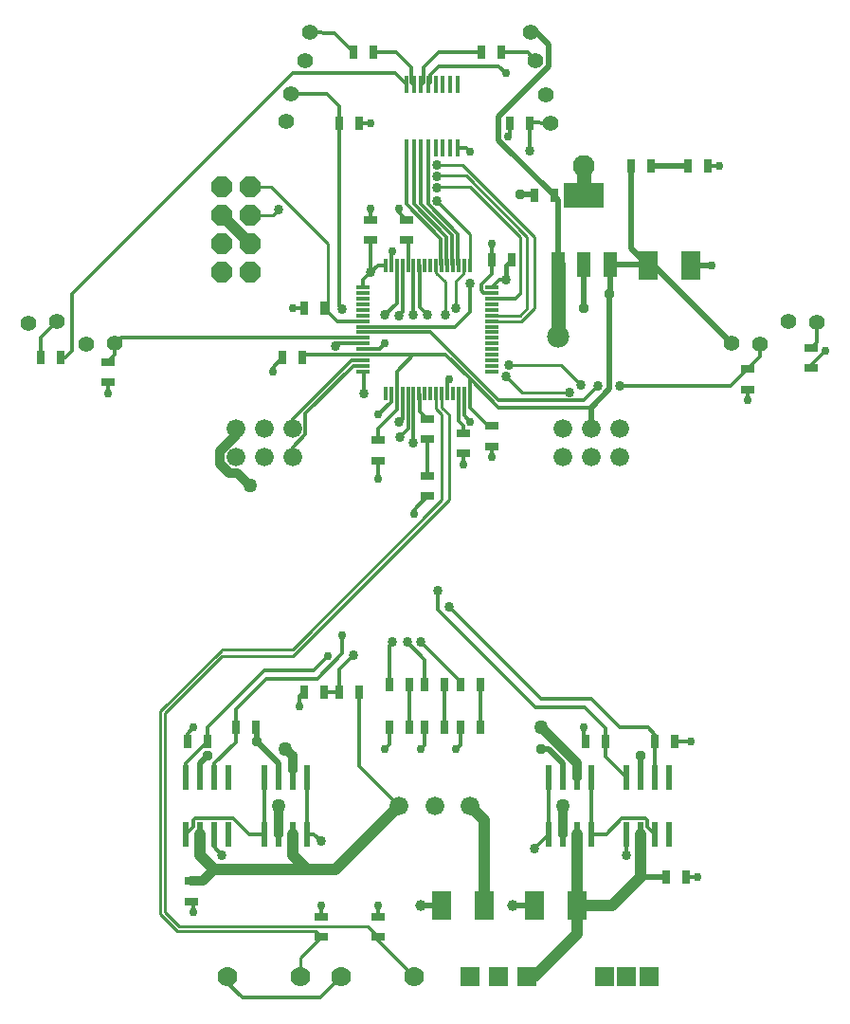
<source format=gbr>
G04 EAGLE Gerber RS-274X export*
G75*
%MOMM*%
%FSLAX34Y34*%
%LPD*%
%INTop Copper*%
%IPPOS*%
%AMOC8*
5,1,8,0,0,1.08239X$1,22.5*%
G01*
%ADD10C,1.778000*%
%ADD11R,1.700000X2.500000*%
%ADD12R,0.800000X1.200000*%
%ADD13R,1.200000X0.800000*%
%ADD14P,2.034460X8X112.500000*%
%ADD15C,1.422400*%
%ADD16R,1.676400X1.676400*%
%ADD17C,1.676400*%
%ADD18R,1.219000X2.235000*%
%ADD19R,3.600000X2.200000*%
%ADD20R,0.300000X1.300000*%
%ADD21R,1.300000X0.300000*%
%ADD22R,0.609600X2.209800*%
%ADD23R,0.300000X1.550000*%
%ADD24C,0.304800*%
%ADD25C,0.756400*%
%ADD26C,0.508000*%
%ADD27C,0.956400*%
%ADD28C,1.270000*%
%ADD29C,1.943100*%
%ADD30C,1.006400*%
%ADD31C,1.016000*%
%ADD32C,1.981200*%
%ADD33C,0.812800*%
%ADD34C,0.856400*%
%ADD35C,0.406400*%
%ADD36C,0.254000*%
%ADD37C,1.275000*%


D10*
X38850Y-101600D03*
X-26150Y-101600D03*
X140450Y-101600D03*
X75450Y-101600D03*
D11*
X247700Y-38100D03*
X285700Y-38100D03*
D12*
X40750Y450850D03*
X22750Y450850D03*
D13*
X101600Y556150D03*
X101600Y574150D03*
X-58420Y-16400D03*
X-58420Y-34400D03*
D12*
X365650Y-12700D03*
X383650Y-12700D03*
D11*
X165150Y-38100D03*
X203150Y-38100D03*
D12*
X265540Y595630D03*
X247540Y595630D03*
D11*
X387300Y533400D03*
X349300Y533400D03*
D13*
X107950Y377300D03*
X107950Y359300D03*
X184150Y383650D03*
X184150Y365650D03*
X209550Y390000D03*
X209550Y372000D03*
D12*
X227440Y538480D03*
X209440Y538480D03*
X59800Y495300D03*
X41800Y495300D03*
D14*
X-6350Y527050D03*
X-31750Y527050D03*
X-6350Y552450D03*
X-31750Y552450D03*
X-6350Y577850D03*
X-31750Y577850D03*
X-6350Y603250D03*
X-31750Y603250D03*
D15*
X-204459Y482029D03*
X-179094Y483358D03*
X43137Y716520D03*
X47547Y741534D03*
X244112Y741496D03*
X248522Y716481D03*
X475008Y483491D03*
X500373Y482162D03*
D16*
X350200Y-101600D03*
X330200Y-101600D03*
X310200Y-101600D03*
D12*
X333900Y622300D03*
X351900Y622300D03*
X118000Y158750D03*
X136000Y158750D03*
X149750Y158750D03*
X167750Y158750D03*
X181500Y158750D03*
X199500Y158750D03*
D13*
X152400Y396350D03*
X152400Y378350D03*
D17*
X31750Y361950D03*
X31750Y387350D03*
X6350Y361950D03*
X6350Y387350D03*
X-19050Y361950D03*
X-19050Y387350D03*
X323850Y361950D03*
X323850Y387350D03*
X298450Y361950D03*
X298450Y387350D03*
X273050Y361950D03*
X273050Y387350D03*
D12*
X-175150Y450850D03*
X-193150Y450850D03*
X41800Y152400D03*
X59800Y152400D03*
X118000Y120650D03*
X136000Y120650D03*
X149750Y120650D03*
X167750Y120650D03*
X181500Y120650D03*
X199500Y120650D03*
D13*
X152400Y327550D03*
X152400Y345550D03*
D12*
X402700Y622300D03*
X384700Y622300D03*
D13*
X57150Y-48150D03*
X57150Y-66150D03*
X107950Y-48150D03*
X107950Y-66150D03*
D12*
X-1160Y120650D03*
X-19160Y120650D03*
X-62340Y107950D03*
X-44340Y107950D03*
X104250Y723900D03*
X86250Y723900D03*
X373490Y107950D03*
X355490Y107950D03*
X293260Y107950D03*
X311260Y107950D03*
X73550Y152400D03*
X91550Y152400D03*
X200550Y723900D03*
X218550Y723900D03*
D13*
X495300Y441850D03*
X495300Y459850D03*
D12*
X91550Y660400D03*
X73550Y660400D03*
D13*
X-133350Y429150D03*
X-133350Y447150D03*
X438150Y422800D03*
X438150Y440800D03*
D12*
X225950Y660400D03*
X243950Y660400D03*
D13*
X133350Y556150D03*
X133350Y574150D03*
D18*
X268990Y534160D03*
X292100Y534160D03*
X315210Y534160D03*
D19*
X292100Y596140D03*
D17*
X127000Y50800D03*
X158750Y50800D03*
X190500Y50800D03*
D15*
X-127017Y464215D03*
X-152383Y462885D03*
X30145Y686877D03*
X25735Y661863D03*
X449563Y462885D03*
X424197Y464215D03*
X262555Y660593D03*
X258145Y685607D03*
D20*
X154900Y533750D03*
X149900Y533750D03*
X144900Y533750D03*
X159900Y533750D03*
X164900Y533750D03*
X169900Y533750D03*
X174900Y533750D03*
X179900Y533750D03*
X189900Y533750D03*
X184900Y533750D03*
X139900Y533750D03*
X134900Y533750D03*
X129900Y533750D03*
X124900Y533750D03*
X119900Y533750D03*
X114900Y533750D03*
D21*
X94900Y478750D03*
X94900Y483750D03*
X94900Y488750D03*
X94900Y493750D03*
X94900Y498750D03*
X94900Y503750D03*
X94900Y508750D03*
X94900Y513750D03*
X94900Y473750D03*
X94900Y468750D03*
X94900Y463750D03*
X94900Y458750D03*
X94900Y453750D03*
X94900Y448750D03*
X94900Y443750D03*
X94900Y438750D03*
D20*
X154900Y418750D03*
X149900Y418750D03*
X144900Y418750D03*
X159900Y418750D03*
X164900Y418750D03*
X169900Y418750D03*
X174900Y418750D03*
X179900Y418750D03*
X189900Y418750D03*
X184900Y418750D03*
X139900Y418750D03*
X134900Y418750D03*
X129900Y418750D03*
X124900Y418750D03*
X119900Y418750D03*
X114900Y418750D03*
D21*
X209900Y478750D03*
X209900Y483750D03*
X209900Y488750D03*
X209900Y493750D03*
X209900Y498750D03*
X209900Y503750D03*
X209900Y508750D03*
X209900Y513750D03*
X209900Y473750D03*
X209900Y468750D03*
X209900Y463750D03*
X209900Y458750D03*
X209900Y453750D03*
X209900Y448750D03*
X209900Y443750D03*
X209900Y438750D03*
D16*
X215900Y-101600D03*
X241300Y-101600D03*
X190500Y-101600D03*
D22*
X-25400Y25400D03*
X-38100Y25400D03*
X-50800Y25400D03*
X-63500Y25400D03*
X-25400Y76200D03*
X-38100Y76200D03*
X-50800Y76200D03*
X-63500Y76200D03*
X368300Y25400D03*
X355600Y25400D03*
X342900Y25400D03*
X330200Y25400D03*
X368300Y76200D03*
X355600Y76200D03*
X342900Y76200D03*
X330200Y76200D03*
D23*
X133460Y638750D03*
X146460Y638750D03*
X159460Y638750D03*
X165960Y638750D03*
X172460Y638750D03*
X152960Y638750D03*
X139960Y638750D03*
X178960Y638750D03*
X133460Y694750D03*
X146460Y694750D03*
X159460Y694750D03*
X165960Y694750D03*
X172460Y694750D03*
X152960Y694750D03*
X139960Y694750D03*
X178960Y694750D03*
D22*
X19050Y25400D03*
X6350Y25400D03*
X31750Y25400D03*
X44450Y25400D03*
X44450Y76200D03*
X31750Y76200D03*
X19050Y76200D03*
X6350Y76200D03*
X273050Y25400D03*
X260350Y25400D03*
X285750Y25400D03*
X298450Y25400D03*
X298450Y76200D03*
X285750Y76200D03*
X273050Y76200D03*
X260350Y76200D03*
D24*
X164900Y533750D02*
X164448Y534202D01*
X133460Y588351D02*
X133460Y638750D01*
X164448Y557363D02*
X164448Y534202D01*
X164448Y557363D02*
X133460Y588351D01*
X139960Y588316D02*
X139960Y638750D01*
X169472Y534178D02*
X169900Y533750D01*
X169472Y558804D02*
X139960Y588316D01*
X169472Y558804D02*
X169472Y534178D01*
X146460Y588282D02*
X146460Y638750D01*
X174472Y534178D02*
X174900Y533750D01*
X174472Y560270D02*
X146460Y588282D01*
X174472Y560270D02*
X174472Y534178D01*
X152960Y588248D02*
X152960Y638750D01*
X179472Y534178D02*
X179900Y533750D01*
X179472Y561736D02*
X152960Y588248D01*
X179472Y561736D02*
X179472Y534178D01*
X118000Y120650D02*
X118000Y118650D01*
X383650Y-12700D02*
X393700Y-12700D01*
D25*
X393700Y-12700D03*
D24*
X387350Y107950D02*
X373490Y107950D01*
D25*
X387350Y107950D03*
D24*
X293260Y107950D02*
X292100Y109110D01*
X292100Y120650D01*
D25*
X292100Y120650D03*
D24*
X118110Y120540D02*
X118000Y120650D01*
X118110Y120540D02*
X118110Y105410D01*
X114300Y101600D01*
D25*
X114300Y101600D03*
D24*
X146050Y101600D02*
X149750Y105300D01*
D25*
X146050Y101600D03*
D24*
X149750Y105300D02*
X149750Y120650D01*
X181500Y120650D02*
X181500Y105300D01*
X177800Y101600D01*
D25*
X177800Y101600D03*
D24*
X107950Y-38100D02*
X107950Y-48150D01*
D25*
X107950Y-38100D03*
D24*
X57150Y-38100D02*
X57150Y-48150D01*
D25*
X57150Y-38100D03*
D24*
X-57150Y-35670D02*
X-58420Y-34400D01*
X-57150Y-35670D02*
X-57150Y-44450D01*
D25*
X-57150Y-44450D03*
D24*
X-62340Y107950D02*
X-62340Y115460D01*
X-57150Y120650D01*
D25*
X-57150Y120650D03*
D24*
X38100Y148700D02*
X41800Y152400D01*
X38100Y148700D02*
X38100Y139700D01*
D25*
X38100Y139700D03*
D24*
X-133350Y419100D02*
X-133350Y429150D01*
D25*
X-133350Y419100D03*
D24*
X91550Y660400D02*
X101600Y660400D01*
D25*
X101600Y660400D03*
D24*
X225950Y660400D02*
X225950Y650724D01*
X223746Y648520D01*
D25*
X223746Y648520D03*
D24*
X402700Y622300D02*
X412750Y622300D01*
D25*
X412750Y622300D03*
D26*
X406400Y533400D02*
X387300Y533400D01*
D25*
X406400Y533400D03*
D24*
X438150Y422800D02*
X438150Y412750D01*
D25*
X438150Y412750D03*
D24*
X184150Y365650D02*
X184150Y355600D01*
D25*
X184150Y355600D03*
D24*
X209550Y361950D02*
X209550Y372000D01*
D25*
X209550Y361950D03*
D24*
X152400Y327550D02*
X140180Y315330D01*
X140180Y311150D01*
D25*
X140180Y311150D03*
D24*
X107950Y342900D02*
X107950Y359300D01*
D25*
X107950Y342900D03*
D24*
X184900Y399300D02*
X184900Y418750D01*
X184900Y399300D02*
X190500Y393700D01*
D25*
X190500Y393700D03*
X107950Y400050D03*
D24*
X108511Y400050D02*
X119900Y411440D01*
X108511Y400050D02*
X107950Y400050D01*
X119900Y411440D02*
X119900Y418750D01*
X22750Y450850D02*
X14196Y442296D01*
X14196Y438150D01*
D25*
X14196Y438150D03*
D24*
X31750Y495300D02*
X41800Y495300D01*
D25*
X31750Y495300D03*
D24*
X101600Y574150D02*
X101600Y584200D01*
D25*
X101600Y584200D03*
D24*
X127000Y580500D02*
X133350Y574150D01*
X127000Y580500D02*
X127000Y584200D01*
D25*
X127000Y584200D03*
D24*
X119900Y545350D02*
X119900Y533750D01*
X119900Y545350D02*
X120650Y546100D01*
D25*
X120650Y546100D03*
D24*
X109500Y458750D02*
X94900Y458750D01*
X109500Y458750D02*
X114300Y463550D01*
D25*
X114300Y463550D03*
D24*
X178960Y638750D02*
X186750Y638750D01*
X190500Y635000D01*
D25*
X190500Y635000D03*
D26*
X246270Y596900D02*
X247540Y595630D01*
X246270Y596900D02*
X234950Y596900D01*
D27*
X234950Y596900D03*
D24*
X209440Y552340D02*
X209440Y538480D01*
X209440Y552340D02*
X209550Y552450D01*
D25*
X209550Y552450D03*
D26*
X292100Y534160D02*
X292100Y495300D01*
D27*
X292100Y495300D03*
D28*
X292100Y596140D02*
X292100Y622300D01*
D29*
X292100Y622300D03*
D26*
X165150Y-38100D02*
X146050Y-38100D01*
D30*
X146050Y-38100D03*
D26*
X228600Y-38100D02*
X247700Y-38100D01*
D30*
X228600Y-38100D03*
D31*
X-6350Y552450D02*
X-31750Y577850D01*
D24*
X169900Y430250D02*
X169900Y418750D01*
X169900Y430250D02*
X171450Y431800D01*
D25*
X171450Y431800D03*
D24*
X200352Y510988D02*
X200352Y516513D01*
X209472Y509178D02*
X209900Y508750D01*
X209440Y525601D02*
X209440Y538480D01*
X209440Y525601D02*
X200352Y516513D01*
X202162Y509178D02*
X209472Y509178D01*
X202162Y509178D02*
X200352Y510988D01*
D26*
X273050Y88900D02*
X273050Y76200D01*
X273050Y88900D02*
X260350Y101600D01*
X254000Y101600D01*
D27*
X254000Y101600D03*
D26*
X342900Y95250D02*
X342900Y76200D01*
D27*
X342900Y95250D03*
D26*
X19050Y88900D02*
X19050Y76200D01*
X19050Y88900D02*
X0Y107950D01*
D27*
X0Y107950D03*
D26*
X0Y119490D02*
X-1160Y120650D01*
X0Y119490D02*
X0Y107950D01*
X-50800Y88900D02*
X-50800Y76200D01*
X-50800Y88900D02*
X-44450Y95250D01*
D27*
X-44450Y95250D03*
D24*
X133460Y694750D02*
X123360Y704850D01*
X31750Y704850D01*
X-165100Y508000D02*
X-165100Y457200D01*
X-171450Y450850D01*
X-175150Y450850D01*
X-165100Y508000D02*
X31750Y704850D01*
X-193150Y468680D02*
X-193150Y450850D01*
X-193150Y468680D02*
X-179094Y483358D01*
X68928Y741222D02*
X86250Y723900D01*
X68928Y741222D02*
X47547Y741534D01*
X218550Y723900D02*
X241720Y723900D01*
X248522Y716481D01*
X500379Y464929D02*
X495300Y459850D01*
X500379Y464929D02*
X500373Y482162D01*
X139960Y694750D02*
X138008Y696702D01*
X138008Y710113D01*
X124221Y723900D01*
X104250Y723900D01*
X146460Y694750D02*
X148412Y696702D01*
X148412Y710113D01*
X162200Y723900D01*
X200550Y723900D01*
X154912Y696702D02*
X152960Y694750D01*
X154912Y696702D02*
X154912Y703763D01*
X162350Y711200D01*
D25*
X222250Y704850D03*
X508000Y457200D03*
D24*
X495300Y444500D02*
X495300Y441850D01*
X495300Y444500D02*
X508000Y457200D01*
X215900Y711200D02*
X162350Y711200D01*
X215900Y711200D02*
X222250Y704850D01*
D31*
X203150Y38150D02*
X203150Y-38100D01*
D32*
X269240Y469900D03*
D28*
X268990Y470150D01*
X268990Y534160D01*
D26*
X268990Y592180D01*
X265540Y595630D01*
X215900Y645270D02*
X215900Y666608D01*
X215900Y645270D02*
X265540Y595630D01*
X260350Y711058D02*
X260350Y730250D01*
X260350Y711058D02*
X215900Y666608D01*
X260350Y730250D02*
X249222Y741378D01*
X244112Y741496D01*
D31*
X190500Y50800D02*
X203150Y38150D01*
X285700Y-38100D02*
X285700Y-63550D01*
X247650Y-101600D01*
X241300Y-101600D01*
X317450Y-38100D02*
X342850Y-12700D01*
X317450Y-38100D02*
X285700Y-38100D01*
D26*
X342850Y-12700D02*
X365650Y-12700D01*
D24*
X127000Y50800D02*
X91550Y86250D01*
X91550Y152400D01*
D31*
X342850Y-12700D02*
X342900Y-12650D01*
X342900Y25400D01*
X285750Y25400D02*
X285750Y-38050D01*
D33*
X285700Y-38100D01*
D31*
X-50800Y6350D02*
X-50800Y25400D01*
X-50800Y6350D02*
X-38100Y-6350D01*
X69850Y-6350D02*
X127000Y50800D01*
X44450Y-6350D02*
X-38100Y-6350D01*
X44450Y-6350D02*
X69850Y-6350D01*
X31750Y6350D02*
X31750Y25400D01*
X31750Y6350D02*
X44450Y-6350D01*
D33*
X-38100Y-6350D02*
X-48150Y-16400D01*
X-58420Y-16400D01*
D26*
X314960Y508000D02*
X315210Y508250D01*
X315210Y534160D01*
D27*
X314960Y508000D03*
D24*
X168561Y453750D02*
X139700Y453750D01*
X94900Y453750D01*
X43650Y453750D01*
X40750Y450850D01*
D26*
X315210Y534160D02*
X348540Y534160D01*
X349300Y533400D01*
X333900Y548800D01*
X333900Y622300D01*
D34*
X101600Y527050D03*
X222250Y520700D03*
D35*
X222250Y533290D01*
X227440Y538480D01*
D26*
X314960Y508000D02*
X314960Y422910D01*
X298450Y406400D02*
X298450Y387350D01*
X298450Y406400D02*
X314960Y422910D01*
D24*
X75450Y-101600D02*
X56400Y-120650D01*
X-12700Y-120650D01*
X-26150Y-107200D01*
X-26150Y-101600D01*
X107950Y377300D02*
X107950Y388140D01*
X94900Y513750D02*
X94900Y520350D01*
X101600Y527050D01*
X168561Y453750D02*
X189900Y432411D01*
X189900Y418750D01*
X189900Y406050D01*
X190718Y431593D02*
X189900Y432411D01*
X190718Y431593D02*
X190718Y431466D01*
X215784Y406400D01*
X298450Y406400D01*
X209900Y513750D02*
X216850Y520700D01*
X222250Y520700D01*
X124900Y418750D02*
X124900Y405090D01*
X107950Y388140D01*
X124900Y418750D02*
X124900Y438950D01*
X139700Y453750D01*
X101600Y527050D02*
X101600Y556150D01*
X108300Y533750D02*
X101600Y527050D01*
X108300Y533750D02*
X114900Y533750D01*
X189900Y406050D02*
X205950Y390000D01*
X209550Y390000D01*
D26*
X349300Y533400D02*
X354261Y533400D01*
X424197Y464215D01*
D36*
X247650Y495300D02*
X236100Y483750D01*
X247650Y495300D02*
X247650Y558800D01*
X236100Y483750D02*
X209900Y483750D01*
X247650Y558800D02*
X183424Y623026D01*
X160290Y623026D01*
D34*
X160290Y623026D03*
D36*
X241300Y558800D02*
X241300Y495300D01*
X234750Y488750D02*
X209900Y488750D01*
X234750Y488750D02*
X241300Y495300D01*
X241300Y558800D02*
X186690Y613410D01*
X160762Y613410D01*
X160290Y612938D01*
D34*
X160290Y612938D03*
D36*
X190500Y603250D02*
X234950Y558800D01*
X190500Y603250D02*
X160690Y603250D01*
X160290Y602850D01*
D34*
X160290Y602850D03*
D24*
X209900Y503750D02*
X230700Y503750D01*
X234950Y508000D01*
D36*
X234950Y558800D01*
X189900Y561674D02*
X189900Y533750D01*
X189900Y561674D02*
X160290Y591284D01*
D34*
X160290Y591284D03*
X19050Y583074D03*
D36*
X13826Y577850D01*
X-6350Y577850D01*
D24*
X71350Y483750D02*
X94900Y483750D01*
X71350Y483750D02*
X68000Y487100D01*
X59800Y495300D01*
D36*
X12700Y603250D02*
X-6350Y603250D01*
X63500Y491600D02*
X68000Y487100D01*
X63500Y552450D02*
X12700Y603250D01*
X63500Y552450D02*
X63500Y491600D01*
D24*
X129900Y418750D02*
X129900Y396600D01*
X127000Y393700D01*
D34*
X127000Y393700D03*
X120650Y196850D03*
D24*
X118000Y194200D02*
X118000Y158750D01*
X118000Y194200D02*
X120650Y196850D01*
X134900Y387333D02*
X134900Y418750D01*
X134900Y387333D02*
X127783Y380217D01*
D34*
X127783Y380217D03*
X134133Y196850D03*
D24*
X149750Y181233D02*
X149750Y158750D01*
X149750Y181233D02*
X134133Y196850D01*
D34*
X139700Y374650D03*
D24*
X139900Y374850D02*
X139900Y418750D01*
X139900Y374850D02*
X139700Y374650D01*
D34*
X146050Y196850D03*
D24*
X181500Y161400D01*
X181500Y158750D01*
X145352Y418298D02*
X144900Y418750D01*
X145352Y418298D02*
X145352Y403398D01*
X152400Y396350D01*
X107950Y-66150D02*
X107950Y-69100D01*
D36*
X164900Y406600D02*
X164900Y418750D01*
X164900Y406600D02*
X171450Y400050D01*
X171450Y323850D01*
X31750Y184150D02*
X-31750Y184150D01*
X31750Y184150D02*
X171450Y323850D01*
X-31750Y184150D02*
X-82550Y133350D01*
X-82550Y-44450D01*
X-69850Y-57150D01*
X98950Y-57150D02*
X107950Y-66150D01*
X98950Y-57150D02*
X-69850Y-57150D01*
X107950Y-69100D02*
X140450Y-101600D01*
D34*
X177800Y495300D03*
D36*
X184218Y533068D02*
X184900Y533750D01*
X177800Y519699D02*
X177800Y495300D01*
X184218Y526117D02*
X184218Y533068D01*
X184218Y526117D02*
X177800Y519699D01*
D34*
X225334Y444500D03*
D36*
X271490Y444500D01*
X289560Y426430D01*
D34*
X289560Y426430D03*
X279400Y420080D03*
D36*
X236582Y420080D01*
X222250Y434412D01*
D34*
X222250Y434412D03*
X168029Y488950D03*
D36*
X160130Y533520D02*
X159900Y533750D01*
X168029Y518669D02*
X168029Y488950D01*
X168029Y518669D02*
X160130Y526569D01*
X160130Y533520D01*
D34*
X151934Y489416D03*
D24*
X145352Y533298D02*
X144900Y533750D01*
X145352Y533298D02*
X145352Y495998D01*
X151934Y489416D01*
D34*
X161290Y242570D03*
D24*
X293080Y138720D02*
X311260Y120540D01*
X311260Y107950D01*
X311260Y95140D02*
X330200Y76200D01*
X311260Y95140D02*
X311260Y107950D01*
X248630Y138720D02*
X161290Y226060D01*
X161290Y242570D01*
X248630Y138720D02*
X293080Y138720D01*
X124900Y499550D02*
X124900Y533750D01*
X124900Y499550D02*
X114300Y488950D01*
D34*
X114300Y488950D03*
D24*
X-19050Y120760D02*
X-19160Y120650D01*
X-38100Y88900D02*
X-38100Y76200D01*
X-38100Y88900D02*
X-19160Y107840D01*
X-19160Y120650D01*
D25*
X75720Y203200D03*
D24*
X75720Y186711D02*
X53629Y164620D01*
X75720Y186711D02*
X75720Y203200D01*
X8410Y164620D02*
X-19050Y137160D01*
X-19050Y120760D01*
X8410Y164620D02*
X53629Y164620D01*
X139900Y489150D02*
X139900Y533750D01*
X139900Y489150D02*
X139700Y488950D01*
D34*
X139700Y488950D03*
X171450Y228600D03*
D24*
X254000Y146050D02*
X298450Y146050D01*
X254000Y146050D02*
X171450Y228600D01*
X298450Y146050D02*
X323850Y120650D01*
X349250Y120650D01*
X355490Y114410D01*
X355490Y107950D01*
X355600Y107840D01*
X355600Y76200D01*
X73550Y152400D02*
X73550Y172610D01*
X86360Y185420D01*
D34*
X86360Y185420D03*
X95250Y419100D03*
D24*
X95250Y438400D02*
X94900Y438750D01*
X95250Y438400D02*
X95250Y419100D01*
X73550Y152400D02*
X59800Y152400D01*
X85726Y443750D02*
X94900Y443750D01*
X31750Y371186D02*
X31750Y361950D01*
X43180Y382616D02*
X43180Y401204D01*
X43180Y382616D02*
X31750Y371186D01*
X43180Y401204D02*
X85726Y443750D01*
X84260Y448750D02*
X31750Y396240D01*
X31750Y387350D01*
X84260Y448750D02*
X94900Y448750D01*
X73550Y660400D02*
X73550Y675614D01*
X62142Y686877D01*
X30145Y686877D01*
D34*
X69850Y461420D03*
X76200Y494574D03*
D24*
X73550Y497224D01*
X73550Y660400D01*
X94900Y463750D02*
X94700Y463550D01*
X71980Y463550D02*
X69850Y461420D01*
X71980Y463550D02*
X94700Y463550D01*
X-127017Y464215D02*
X-127003Y453497D01*
X-133350Y447150D01*
X-127017Y464215D02*
X-121515Y468750D01*
X94900Y468750D01*
X195290Y433486D02*
X195290Y433360D01*
X215900Y412750D01*
X155026Y473750D02*
X94900Y473750D01*
X155026Y473750D02*
X195290Y433486D01*
X215900Y412750D02*
X292100Y412750D01*
X304800Y425450D01*
D34*
X304800Y425450D03*
D24*
X449571Y452221D02*
X449563Y462885D01*
X449571Y452221D02*
X438150Y440800D01*
X422800Y425450D01*
X323850Y425450D01*
D34*
X323850Y425450D03*
D24*
X262555Y660593D02*
X244400Y660850D01*
X243950Y660400D01*
X243950Y659130D01*
X243296Y658476D01*
X243296Y636027D01*
D34*
X243296Y636027D03*
X190500Y517616D03*
D24*
X190500Y492216D01*
X177034Y478750D01*
X94900Y478750D01*
X134900Y554600D02*
X133350Y556150D01*
X134900Y554600D02*
X134900Y533750D01*
X184150Y390000D02*
X184150Y383650D01*
X184150Y390000D02*
X179900Y394250D01*
X179900Y418750D01*
X129900Y491644D02*
X129900Y533750D01*
X129900Y491644D02*
X126928Y488672D01*
D34*
X126928Y488672D03*
D24*
X-63500Y88790D02*
X-63500Y76200D01*
X-63500Y88790D02*
X-44340Y107950D01*
D25*
X63500Y184150D03*
D24*
X50800Y171450D01*
X6350Y171450D01*
X-44340Y120760D01*
X-44340Y107950D01*
X6350Y76200D02*
X6350Y25400D01*
X-55111Y39497D02*
X-56896Y37712D01*
X-6993Y25400D02*
X6350Y25400D01*
X-6993Y25400D02*
X-21090Y39497D01*
X-56896Y32004D02*
X-63500Y25400D01*
X-56896Y32004D02*
X-56896Y37712D01*
X-55111Y39497D02*
X-21090Y39497D01*
X44450Y25400D02*
X44450Y76200D01*
X44450Y25400D02*
X50800Y25400D01*
X57150Y19050D01*
D34*
X57150Y19050D03*
X-31121Y6979D03*
D24*
X-38100Y13958D01*
X-38100Y25400D01*
D33*
X19050Y25400D02*
X19050Y50800D01*
D37*
X19050Y50800D03*
D24*
X31750Y76200D02*
X31750Y82550D01*
D33*
X31750Y95250D01*
X25400Y101600D01*
D37*
X25400Y101600D03*
X-6350Y336550D03*
D33*
X-17780Y347980D01*
X-24837Y347980D01*
X-33020Y356163D01*
X-33020Y367737D01*
X-19050Y381707D02*
X-19050Y387350D01*
X-19050Y381707D02*
X-33020Y367737D01*
D24*
X347211Y39497D02*
X348996Y37712D01*
X311793Y25400D02*
X298450Y25400D01*
X311793Y25400D02*
X325890Y39497D01*
X348996Y32004D02*
X355600Y25400D01*
X348996Y32004D02*
X348996Y37712D01*
X347211Y39497D02*
X325890Y39497D01*
X298450Y25400D02*
X298450Y76200D01*
X260350Y76200D02*
X260350Y25400D01*
X247650Y12700D01*
D34*
X247650Y12700D03*
X330200Y6350D03*
D24*
X330200Y25400D01*
D33*
X285750Y76200D02*
X285750Y88900D01*
X254000Y120650D01*
D37*
X254000Y120650D03*
X273050Y50800D03*
D33*
X273050Y25400D01*
D24*
X136000Y120650D02*
X136000Y158750D01*
X167750Y158750D02*
X167750Y120650D01*
X199500Y120650D02*
X199500Y158750D01*
X152400Y345550D02*
X152400Y378350D01*
D26*
X351900Y622300D02*
X384700Y622300D01*
D36*
X159900Y418750D02*
X159900Y405250D01*
X165100Y400050D01*
X165100Y323850D01*
X31750Y190500D02*
X-31750Y190500D01*
X31750Y190500D02*
X165100Y323850D01*
X52214Y-61214D02*
X57150Y-66150D01*
X-86614Y-46133D02*
X-86614Y135033D01*
X-86614Y-46133D02*
X-71533Y-61214D01*
X52214Y-61214D01*
X-31750Y189897D02*
X-31750Y190500D01*
X-31750Y189897D02*
X-86614Y135033D01*
X38850Y-84450D02*
X38850Y-101600D01*
X38850Y-84450D02*
X57150Y-66150D01*
M02*

</source>
